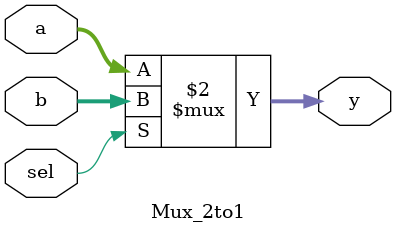
<source format=v>
module Mux_2to1 (y, a, b, sel);
    input [31:0] a, b;
    input sel;
    output [31:0] y;

    assign y = (sel == 1'b0) ? a : b;
endmodule
</source>
